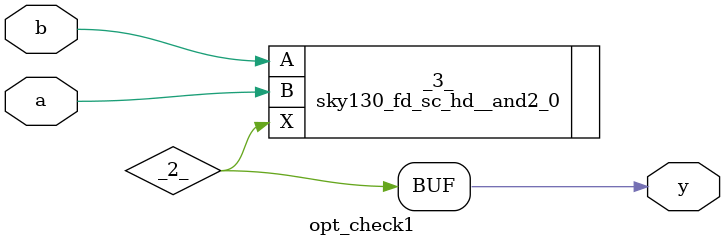
<source format=v>
/* Generated by Yosys 0.32+51 (git sha1 6405bbab1, gcc 12.3.0-1ubuntu1~22.04 -fPIC -Os) */

(* top =  1  *)
(* src = "opt_check1.v:2.1-4.10" *)
module opt_check1(a, b, y);
  (* src = "opt_check1.v:2.26-2.27" *)
  wire _0_;
  (* src = "opt_check1.v:2.36-2.37" *)
  wire _1_;
  (* src = "opt_check1.v:2.47-2.48" *)
  wire _2_;
  (* src = "opt_check1.v:2.26-2.27" *)
  input a;
  wire a;
  (* src = "opt_check1.v:2.36-2.37" *)
  input b;
  wire b;
  (* src = "opt_check1.v:2.47-2.48" *)
  output y;
  wire y;
  sky130_fd_sc_hd__and2_0 _3_ (
    .A(_1_),
    .B(_0_),
    .X(_2_)
  );
  assign _1_ = b;
  assign _0_ = a;
  assign y = _2_;
endmodule

</source>
